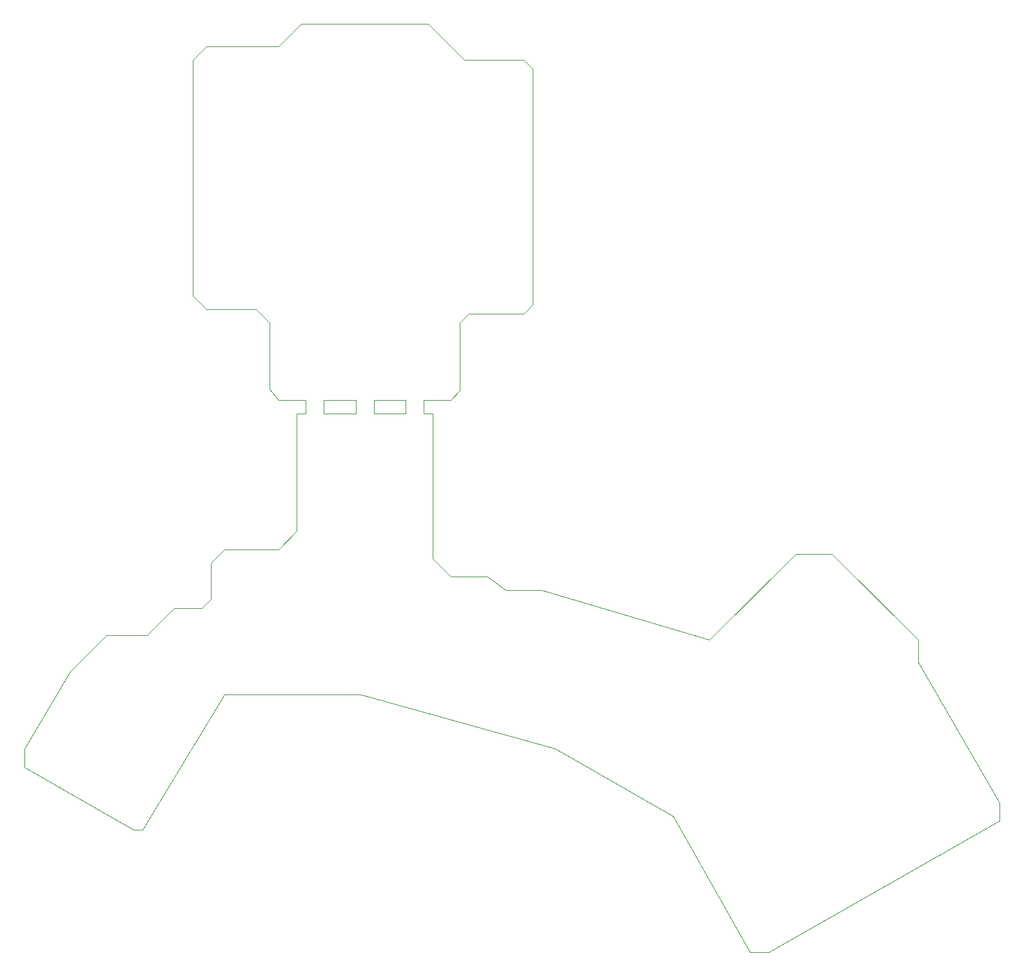
<source format=gbr>
%TF.GenerationSoftware,KiCad,Pcbnew,6.0.4*%
%TF.CreationDate,2022-05-08T18:55:17+02:00*%
%TF.ProjectId,mykeeb-adapter,6d796b65-6562-42d6-9164-61707465722e,rev?*%
%TF.SameCoordinates,Original*%
%TF.FileFunction,Profile,NP*%
%FSLAX46Y46*%
G04 Gerber Fmt 4.6, Leading zero omitted, Abs format (unit mm)*
G04 Created by KiCad (PCBNEW 6.0.4) date 2022-05-08 18:55:17*
%MOMM*%
%LPD*%
G01*
G04 APERTURE LIST*
%TA.AperFunction,Profile*%
%ADD10C,0.100000*%
%TD*%
G04 APERTURE END LIST*
D10*
X88701637Y-83939133D02*
X92868828Y-83939133D01*
X92868828Y-83939133D02*
X92868828Y-85725072D01*
X92868828Y-85725072D02*
X88701637Y-85725072D01*
X88701637Y-85725072D02*
X88701637Y-83939133D01*
X95250080Y-83939133D02*
X99417271Y-83939133D01*
X99417271Y-83939133D02*
X99417271Y-85725072D01*
X99417271Y-85725072D02*
X95250080Y-85725072D01*
X95250080Y-85725072D02*
X95250080Y-83939133D01*
X107156340Y-39290658D02*
X114895409Y-39290658D01*
X116086035Y-40481284D01*
X116086035Y-71437560D01*
X114895409Y-72628186D01*
X107751653Y-72628186D01*
X106561027Y-73818812D01*
X106561027Y-82748507D01*
X105370401Y-83939133D01*
X101798523Y-83939133D01*
X101798523Y-85725072D01*
X102989149Y-85725072D01*
X102989149Y-104775088D01*
X105370401Y-107156340D01*
X110132905Y-107156340D01*
X112514157Y-108942279D01*
X117276661Y-108942279D01*
X139303242Y-115490722D01*
X150614189Y-104179775D01*
X155376693Y-104179775D01*
X166687640Y-115490722D01*
X166687640Y-118467287D01*
X177403274Y-136921990D01*
X177403274Y-139303242D01*
X147042311Y-156567319D01*
X144661059Y-156567319D01*
X134540738Y-138707929D01*
X119062600Y-129778234D01*
X93464141Y-122634478D01*
X75604751Y-122634478D01*
X64889117Y-140493868D01*
X63698491Y-140493868D01*
X49410979Y-132223597D01*
X49410979Y-129778234D01*
X55364109Y-119657913D01*
X60126613Y-114895409D01*
X65484430Y-114895409D01*
X69056308Y-111323531D01*
X72628186Y-111323531D01*
X73818812Y-110132905D01*
X73818812Y-105370401D01*
X75604751Y-103584462D01*
X82748507Y-103584462D01*
X85129759Y-101203210D01*
X85129759Y-85725072D01*
X86320385Y-85725072D01*
X86320385Y-83939133D01*
X82748507Y-83939133D01*
X81557881Y-82520344D01*
X81557881Y-73818812D01*
X79771942Y-72032873D01*
X73223499Y-72032873D01*
X71437560Y-70246934D01*
X71437560Y-39290658D01*
X73223499Y-37504719D01*
X82748507Y-37504719D01*
X85725072Y-34528154D01*
X102418733Y-34528154D01*
X107156340Y-39290658D01*
M02*

</source>
